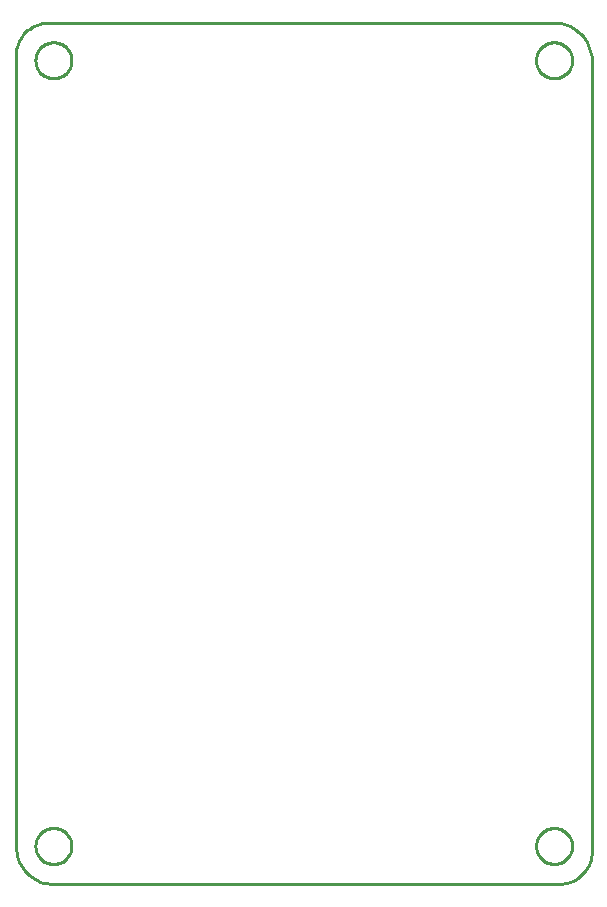
<source format=gbr>
G04 EAGLE Gerber X2 export*
%TF.Part,Single*%
%TF.FileFunction,Profile,NP*%
%TF.FilePolarity,Positive*%
%TF.GenerationSoftware,Autodesk,EAGLE,8.6.0*%
%TF.CreationDate,2018-05-14T08:47:16Z*%
G75*
%MOMM*%
%FSLAX34Y34*%
%LPD*%
%AMOC8*
5,1,8,0,0,1.08239X$1,22.5*%
G01*
%ADD10C,0.254000*%


D10*
X0Y39116D02*
X116Y36374D01*
X471Y33653D01*
X1061Y30973D01*
X1883Y28355D01*
X2930Y25818D01*
X4194Y23383D01*
X5666Y21066D01*
X7333Y18887D01*
X9185Y16862D01*
X11206Y15005D01*
X13381Y13332D01*
X15693Y11854D01*
X18126Y10584D01*
X20660Y9531D01*
X23276Y8702D01*
X25954Y8105D01*
X28674Y7743D01*
X31416Y7620D01*
X459677Y7620D01*
X462095Y7726D01*
X464496Y8042D01*
X466859Y8566D01*
X469168Y9293D01*
X471404Y10220D01*
X473551Y11338D01*
X475593Y12638D01*
X477514Y14112D01*
X479298Y15748D01*
X480934Y17532D01*
X482408Y19453D01*
X483708Y21495D01*
X484826Y23642D01*
X485753Y25878D01*
X486480Y28187D01*
X487004Y30551D01*
X487320Y32951D01*
X487426Y35369D01*
X487426Y704723D01*
X487305Y707502D01*
X486942Y710259D01*
X486340Y712974D01*
X485504Y715626D01*
X484439Y718195D01*
X483155Y720662D01*
X481661Y723007D01*
X479968Y725213D01*
X478090Y727264D01*
X476039Y729142D01*
X473833Y730835D01*
X471488Y732329D01*
X469021Y733613D01*
X466452Y734678D01*
X463800Y735514D01*
X461085Y736116D01*
X458328Y736479D01*
X455549Y736600D01*
X27100Y736600D01*
X24738Y736497D01*
X22394Y736188D01*
X20086Y735677D01*
X17831Y734966D01*
X15647Y734061D01*
X13550Y732969D01*
X11556Y731699D01*
X9681Y730260D01*
X7938Y728663D01*
X6340Y726919D01*
X4901Y725044D01*
X3631Y723050D01*
X2539Y720953D01*
X1634Y718769D01*
X923Y716514D01*
X412Y714206D01*
X103Y711862D01*
X0Y709500D01*
X0Y39116D01*
X46990Y704306D02*
X46912Y703220D01*
X46757Y702142D01*
X46526Y701079D01*
X46219Y700034D01*
X45839Y699014D01*
X45387Y698024D01*
X44865Y697069D01*
X44276Y696153D01*
X43624Y695281D01*
X42911Y694459D01*
X42141Y693689D01*
X41319Y692976D01*
X40447Y692324D01*
X39531Y691735D01*
X38576Y691213D01*
X37586Y690761D01*
X36566Y690381D01*
X35521Y690074D01*
X34458Y689843D01*
X33380Y689688D01*
X32294Y689610D01*
X31206Y689610D01*
X30120Y689688D01*
X29042Y689843D01*
X27979Y690074D01*
X26934Y690381D01*
X25914Y690761D01*
X24924Y691213D01*
X23969Y691735D01*
X23053Y692324D01*
X22181Y692976D01*
X21359Y693689D01*
X20589Y694459D01*
X19876Y695281D01*
X19224Y696153D01*
X18635Y697069D01*
X18113Y698024D01*
X17661Y699014D01*
X17281Y700034D01*
X16974Y701079D01*
X16743Y702142D01*
X16588Y703220D01*
X16510Y704306D01*
X16510Y705394D01*
X16588Y706480D01*
X16743Y707558D01*
X16974Y708621D01*
X17281Y709666D01*
X17661Y710686D01*
X18113Y711676D01*
X18635Y712631D01*
X19224Y713547D01*
X19876Y714419D01*
X20589Y715241D01*
X21359Y716011D01*
X22181Y716724D01*
X23053Y717376D01*
X23969Y717965D01*
X24924Y718487D01*
X25914Y718939D01*
X26934Y719319D01*
X27979Y719626D01*
X29042Y719857D01*
X30120Y720012D01*
X31206Y720090D01*
X32294Y720090D01*
X33380Y720012D01*
X34458Y719857D01*
X35521Y719626D01*
X36566Y719319D01*
X37586Y718939D01*
X38576Y718487D01*
X39531Y717965D01*
X40447Y717376D01*
X41319Y716724D01*
X42141Y716011D01*
X42911Y715241D01*
X43624Y714419D01*
X44276Y713547D01*
X44865Y712631D01*
X45387Y711676D01*
X45839Y710686D01*
X46219Y709666D01*
X46526Y708621D01*
X46757Y707558D01*
X46912Y706480D01*
X46990Y705394D01*
X46990Y704306D01*
X470853Y704306D02*
X470775Y703220D01*
X470620Y702142D01*
X470389Y701079D01*
X470082Y700034D01*
X469701Y699014D01*
X469249Y698024D01*
X468727Y697069D01*
X468139Y696153D01*
X467487Y695281D01*
X466774Y694459D01*
X466004Y693689D01*
X465181Y692976D01*
X464310Y692324D01*
X463394Y691735D01*
X462439Y691213D01*
X461448Y690761D01*
X460428Y690381D01*
X459384Y690074D01*
X458320Y689843D01*
X457243Y689688D01*
X456157Y689610D01*
X455068Y689610D01*
X453982Y689688D01*
X452905Y689843D01*
X451841Y690074D01*
X450797Y690381D01*
X449777Y690761D01*
X448786Y691213D01*
X447831Y691735D01*
X446915Y692324D01*
X446044Y692976D01*
X445221Y693689D01*
X444451Y694459D01*
X443738Y695281D01*
X443086Y696153D01*
X442498Y697069D01*
X441976Y698024D01*
X441524Y699014D01*
X441143Y700034D01*
X440836Y701079D01*
X440605Y702142D01*
X440450Y703220D01*
X440373Y704306D01*
X440373Y705394D01*
X440450Y706480D01*
X440605Y707558D01*
X440836Y708621D01*
X441143Y709666D01*
X441524Y710686D01*
X441976Y711676D01*
X442498Y712631D01*
X443086Y713547D01*
X443738Y714419D01*
X444451Y715241D01*
X445221Y716011D01*
X446044Y716724D01*
X446915Y717376D01*
X447831Y717965D01*
X448786Y718487D01*
X449777Y718939D01*
X450797Y719319D01*
X451841Y719626D01*
X452905Y719857D01*
X453982Y720012D01*
X455068Y720090D01*
X456157Y720090D01*
X457243Y720012D01*
X458320Y719857D01*
X459384Y719626D01*
X460428Y719319D01*
X461448Y718939D01*
X462439Y718487D01*
X463394Y717965D01*
X464310Y717376D01*
X465181Y716724D01*
X466004Y716011D01*
X466774Y715241D01*
X467487Y714419D01*
X468139Y713547D01*
X468727Y712631D01*
X469249Y711676D01*
X469701Y710686D01*
X470082Y709666D01*
X470389Y708621D01*
X470620Y707558D01*
X470775Y706480D01*
X470853Y705394D01*
X470853Y704306D01*
X46990Y39143D02*
X46912Y38057D01*
X46757Y36980D01*
X46526Y35916D01*
X46219Y34872D01*
X45839Y33852D01*
X45387Y32861D01*
X44865Y31906D01*
X44276Y30990D01*
X43624Y30119D01*
X42911Y29296D01*
X42141Y28526D01*
X41319Y27813D01*
X40447Y27161D01*
X39531Y26573D01*
X38576Y26051D01*
X37586Y25599D01*
X36566Y25218D01*
X35521Y24911D01*
X34458Y24680D01*
X33380Y24525D01*
X32294Y24448D01*
X31206Y24448D01*
X30120Y24525D01*
X29042Y24680D01*
X27979Y24911D01*
X26934Y25218D01*
X25914Y25599D01*
X24924Y26051D01*
X23969Y26573D01*
X23053Y27161D01*
X22181Y27813D01*
X21359Y28526D01*
X20589Y29296D01*
X19876Y30119D01*
X19224Y30990D01*
X18635Y31906D01*
X18113Y32861D01*
X17661Y33852D01*
X17281Y34872D01*
X16974Y35916D01*
X16743Y36980D01*
X16588Y38057D01*
X16510Y39143D01*
X16510Y40232D01*
X16588Y41318D01*
X16743Y42395D01*
X16974Y43459D01*
X17281Y44503D01*
X17661Y45523D01*
X18113Y46514D01*
X18635Y47469D01*
X19224Y48385D01*
X19876Y49256D01*
X20589Y50079D01*
X21359Y50849D01*
X22181Y51562D01*
X23053Y52214D01*
X23969Y52802D01*
X24924Y53324D01*
X25914Y53776D01*
X26934Y54157D01*
X27979Y54464D01*
X29042Y54695D01*
X30120Y54850D01*
X31206Y54928D01*
X32294Y54928D01*
X33380Y54850D01*
X34458Y54695D01*
X35521Y54464D01*
X36566Y54157D01*
X37586Y53776D01*
X38576Y53324D01*
X39531Y52802D01*
X40447Y52214D01*
X41319Y51562D01*
X42141Y50849D01*
X42911Y50079D01*
X43624Y49256D01*
X44276Y48385D01*
X44865Y47469D01*
X45387Y46514D01*
X45839Y45523D01*
X46219Y44503D01*
X46526Y43459D01*
X46757Y42395D01*
X46912Y41318D01*
X46990Y40232D01*
X46990Y39143D01*
X470853Y39143D02*
X470775Y38057D01*
X470620Y36980D01*
X470389Y35916D01*
X470082Y34872D01*
X469701Y33852D01*
X469249Y32861D01*
X468727Y31906D01*
X468139Y30990D01*
X467487Y30119D01*
X466774Y29296D01*
X466004Y28526D01*
X465181Y27813D01*
X464310Y27161D01*
X463394Y26573D01*
X462439Y26051D01*
X461448Y25599D01*
X460428Y25218D01*
X459384Y24911D01*
X458320Y24680D01*
X457243Y24525D01*
X456157Y24448D01*
X455068Y24448D01*
X453982Y24525D01*
X452905Y24680D01*
X451841Y24911D01*
X450797Y25218D01*
X449777Y25599D01*
X448786Y26051D01*
X447831Y26573D01*
X446915Y27161D01*
X446044Y27813D01*
X445221Y28526D01*
X444451Y29296D01*
X443738Y30119D01*
X443086Y30990D01*
X442498Y31906D01*
X441976Y32861D01*
X441524Y33852D01*
X441143Y34872D01*
X440836Y35916D01*
X440605Y36980D01*
X440450Y38057D01*
X440373Y39143D01*
X440373Y40232D01*
X440450Y41318D01*
X440605Y42395D01*
X440836Y43459D01*
X441143Y44503D01*
X441524Y45523D01*
X441976Y46514D01*
X442498Y47469D01*
X443086Y48385D01*
X443738Y49256D01*
X444451Y50079D01*
X445221Y50849D01*
X446044Y51562D01*
X446915Y52214D01*
X447831Y52802D01*
X448786Y53324D01*
X449777Y53776D01*
X450797Y54157D01*
X451841Y54464D01*
X452905Y54695D01*
X453982Y54850D01*
X455068Y54928D01*
X456157Y54928D01*
X457243Y54850D01*
X458320Y54695D01*
X459384Y54464D01*
X460428Y54157D01*
X461448Y53776D01*
X462439Y53324D01*
X463394Y52802D01*
X464310Y52214D01*
X465181Y51562D01*
X466004Y50849D01*
X466774Y50079D01*
X467487Y49256D01*
X468139Y48385D01*
X468727Y47469D01*
X469249Y46514D01*
X469701Y45523D01*
X470082Y44503D01*
X470389Y43459D01*
X470620Y42395D01*
X470775Y41318D01*
X470853Y40232D01*
X470853Y39143D01*
M02*

</source>
